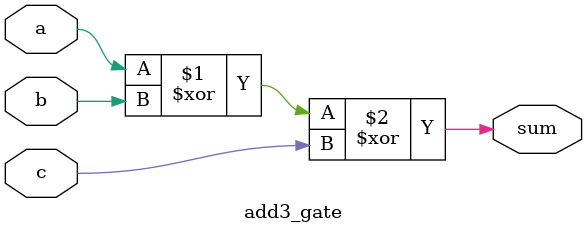
<source format=v>
module add1_gate (
input wire a,
output wire sum
);
assign sum = ~a; // Adding 1 flips the bit
endmodule

// Module add2: 2-bit input, output is LSB of a + 1
module add2_gate (
input wire [1:0] a,
output wire sum
);
// LSB of (a + 1) is equivalent to ~a[0]
assign sum = ~a[0];
endmodule

// Module add3: 3 single-bit inputs, sum LSB of a + b + c
module add3_gate (
input wire a,
input wire b,
input wire c,
output wire sum
);
// XOR of all bits gives sum modulo 2
assign sum = a ^ b ^ c;
endmodule


</source>
